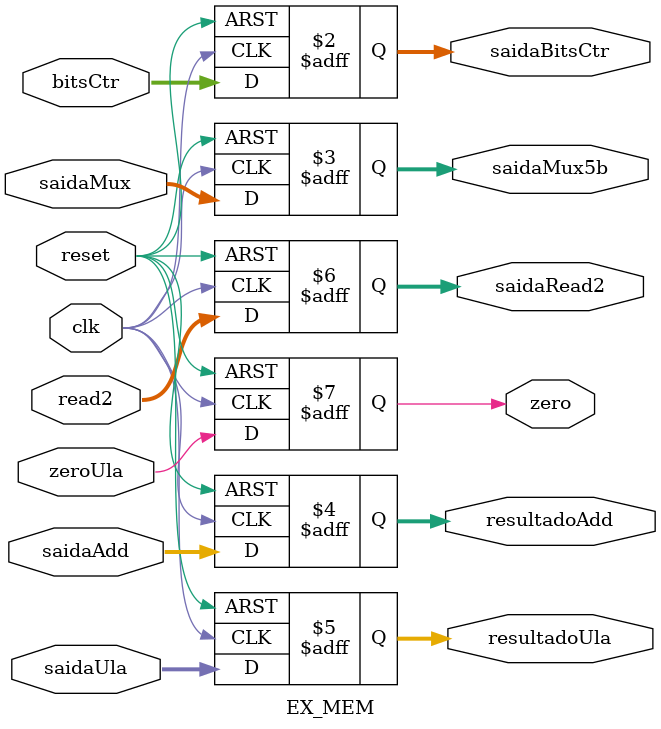
<source format=v>
module EX_MEM(clk,reset,bitsCtr, saidaAdd, zeroUla,
				saidaUla,read2,saidaMux,saidaBitsCtr,resultadoAdd,zero,resultadoUla,saidaRead2,saidaMux5b);

input clk,reset;
input[31:0] saidaAdd, saidaUla,read2;
input[4:0]bitsCtr, saidaMux;
input zeroUla;

output reg [4:0] saidaBitsCtr, saidaMux5b;
output reg [31:0] resultadoAdd, resultadoUla, saidaRead2;
output reg zero;

always @(posedge clk or posedge reset)begin
	if (reset) begin
		saidaBitsCtr <= 0;
		resultadoAdd <= 0;
		resultadoUla <= 0;
		saidaRead2 <= 0;
		saidaMux5b <= 0;
		zero <= 0;
	end
	else begin
		saidaBitsCtr <= bitsCtr;
		resultadoAdd <= saidaAdd;
		resultadoUla <= saidaUla;
		saidaRead2 <= read2;
		saidaMux5b <= saidaMux;
		zero <= zeroUla;
	end
end

endmodule






</source>
